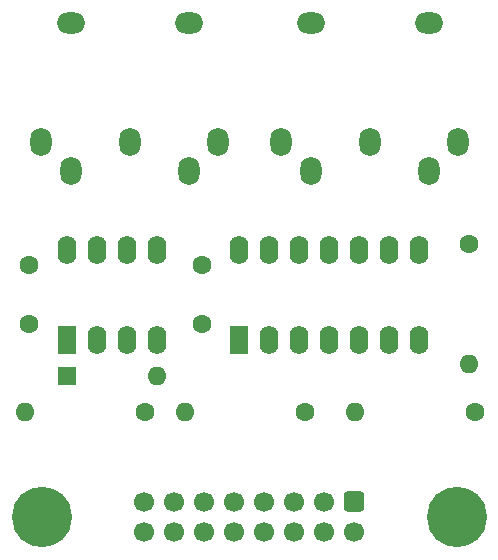
<source format=gts>
G04 #@! TF.GenerationSoftware,KiCad,Pcbnew,(5.1.8)-1*
G04 #@! TF.CreationDate,2022-02-10T23:24:45+01:00*
G04 #@! TF.ProjectId,BulkyMIDI-32 Gameport IDC,42756c6b-794d-4494-9449-2d3332204761,rev?*
G04 #@! TF.SameCoordinates,Original*
G04 #@! TF.FileFunction,Soldermask,Top*
G04 #@! TF.FilePolarity,Negative*
%FSLAX46Y46*%
G04 Gerber Fmt 4.6, Leading zero omitted, Abs format (unit mm)*
G04 Created by KiCad (PCBNEW (5.1.8)-1) date 2022-02-10 23:24:45*
%MOMM*%
%LPD*%
G01*
G04 APERTURE LIST*
%ADD10O,1.800000X2.400000*%
%ADD11O,2.400000X1.800000*%
%ADD12R,1.600000X1.600000*%
%ADD13O,1.600000X1.600000*%
%ADD14C,1.600000*%
%ADD15R,1.600000X2.400000*%
%ADD16O,1.600000X2.400000*%
%ADD17C,1.700000*%
%ADD18C,5.100000*%
G04 APERTURE END LIST*
D10*
X107950000Y-79756000D03*
D11*
X102950000Y-69756000D03*
X112950000Y-69756000D03*
D10*
X100450000Y-79756000D03*
X115450000Y-79756000D03*
X102950000Y-82256000D03*
X112950000Y-82256000D03*
X128270000Y-79756000D03*
D11*
X123270000Y-69756000D03*
X133270000Y-69756000D03*
D10*
X120770000Y-79756000D03*
X135770000Y-79756000D03*
X123270000Y-82256000D03*
X133270000Y-82256000D03*
D12*
X102616000Y-99568000D03*
D13*
X110236000Y-99568000D03*
X112649000Y-102616000D03*
D14*
X122809000Y-102616000D03*
X137160000Y-102616000D03*
D13*
X127000000Y-102616000D03*
X136652000Y-98552000D03*
D14*
X136652000Y-88392000D03*
X109220000Y-102616000D03*
D13*
X99060000Y-102616000D03*
D15*
X102616000Y-96520000D03*
D16*
X110236000Y-88900000D03*
X105156000Y-96520000D03*
X107696000Y-88900000D03*
X107696000Y-96520000D03*
X105156000Y-88900000D03*
X110236000Y-96520000D03*
X102616000Y-88900000D03*
D15*
X117221000Y-96520000D03*
D16*
X132461000Y-88900000D03*
X119761000Y-96520000D03*
X129921000Y-88900000D03*
X122301000Y-96520000D03*
X127381000Y-88900000D03*
X124841000Y-96520000D03*
X124841000Y-88900000D03*
X127381000Y-96520000D03*
X122301000Y-88900000D03*
X129921000Y-96520000D03*
X119761000Y-88900000D03*
X132461000Y-96520000D03*
X117221000Y-88900000D03*
D14*
X99441000Y-90170000D03*
X99441000Y-95170000D03*
X114046000Y-95170000D03*
X114046000Y-90170000D03*
G36*
G01*
X126349200Y-109386000D02*
X127549200Y-109386000D01*
G75*
G02*
X127799200Y-109636000I0J-250000D01*
G01*
X127799200Y-110836000D01*
G75*
G02*
X127549200Y-111086000I-250000J0D01*
G01*
X126349200Y-111086000D01*
G75*
G02*
X126099200Y-110836000I0J250000D01*
G01*
X126099200Y-109636000D01*
G75*
G02*
X126349200Y-109386000I250000J0D01*
G01*
G37*
D17*
X124409200Y-110236000D03*
X121869200Y-110236000D03*
X119329200Y-110236000D03*
X116789200Y-110236000D03*
X114249200Y-110236000D03*
X111709200Y-110236000D03*
X109169200Y-110236000D03*
X126949200Y-112776000D03*
X124409200Y-112776000D03*
X121869200Y-112776000D03*
X119329200Y-112776000D03*
X116789200Y-112776000D03*
X114249200Y-112776000D03*
X111709200Y-112776000D03*
X109169200Y-112776000D03*
D18*
X100533200Y-111506000D03*
X135636000Y-111506000D03*
M02*

</source>
